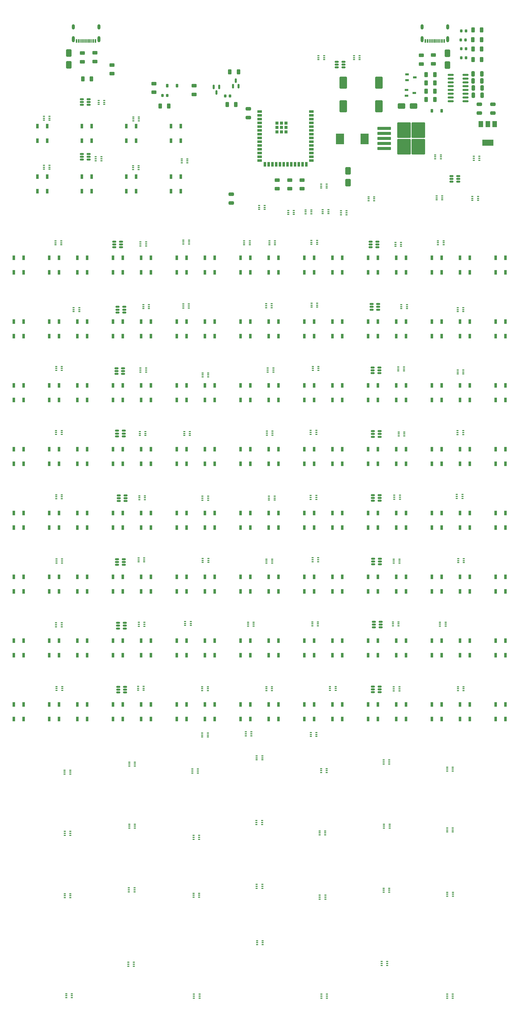
<source format=gbr>
%TF.GenerationSoftware,KiCad,Pcbnew,7.99.0-1990-g812c56bdc7*%
%TF.CreationDate,2023-08-03T23:21:48+02:00*%
%TF.ProjectId,esp32_midi,65737033-325f-46d6-9964-692e6b696361,rev?*%
%TF.SameCoordinates,Original*%
%TF.FileFunction,Paste,Top*%
%TF.FilePolarity,Positive*%
%FSLAX46Y46*%
G04 Gerber Fmt 4.6, Leading zero omitted, Abs format (unit mm)*
G04 Created by KiCad (PCBNEW 7.99.0-1990-g812c56bdc7) date 2023-08-03 23:21:48*
%MOMM*%
%LPD*%
G01*
G04 APERTURE LIST*
G04 Aperture macros list*
%AMRoundRect*
0 Rectangle with rounded corners*
0 $1 Rounding radius*
0 $2 $3 $4 $5 $6 $7 $8 $9 X,Y pos of 4 corners*
0 Add a 4 corners polygon primitive as box body*
4,1,4,$2,$3,$4,$5,$6,$7,$8,$9,$2,$3,0*
0 Add four circle primitives for the rounded corners*
1,1,$1+$1,$2,$3*
1,1,$1+$1,$4,$5*
1,1,$1+$1,$6,$7*
1,1,$1+$1,$8,$9*
0 Add four rect primitives between the rounded corners*
20,1,$1+$1,$2,$3,$4,$5,0*
20,1,$1+$1,$4,$5,$6,$7,0*
20,1,$1+$1,$6,$7,$8,$9,0*
20,1,$1+$1,$8,$9,$2,$3,0*%
G04 Aperture macros list end*
%ADD10RoundRect,0.150000X-0.512500X-0.150000X0.512500X-0.150000X0.512500X0.150000X-0.512500X0.150000X0*%
%ADD11R,0.900000X1.500000*%
%ADD12R,0.650000X0.400000*%
%ADD13RoundRect,0.218750X-0.218750X-0.256250X0.218750X-0.256250X0.218750X0.256250X-0.218750X0.256250X0*%
%ADD14RoundRect,0.250000X-0.650000X1.000000X-0.650000X-1.000000X0.650000X-1.000000X0.650000X1.000000X0*%
%ADD15RoundRect,0.250000X-0.625000X0.312500X-0.625000X-0.312500X0.625000X-0.312500X0.625000X0.312500X0*%
%ADD16O,1.000000X2.100000*%
%ADD17O,1.000000X1.800000*%
%ADD18R,0.600000X1.150000*%
%ADD19R,0.300000X1.150000*%
%ADD20RoundRect,0.250000X-0.312500X-0.625000X0.312500X-0.625000X0.312500X0.625000X-0.312500X0.625000X0*%
%ADD21RoundRect,0.250000X0.312500X0.625000X-0.312500X0.625000X-0.312500X-0.625000X0.312500X-0.625000X0*%
%ADD22RoundRect,0.250000X0.625000X-0.312500X0.625000X0.312500X-0.625000X0.312500X-0.625000X-0.312500X0*%
%ADD23RoundRect,0.250000X1.000000X-1.750000X1.000000X1.750000X-1.000000X1.750000X-1.000000X-1.750000X0*%
%ADD24RoundRect,0.225000X-0.225000X-0.375000X0.225000X-0.375000X0.225000X0.375000X-0.225000X0.375000X0*%
%ADD25RoundRect,0.250000X0.650000X-0.325000X0.650000X0.325000X-0.650000X0.325000X-0.650000X-0.325000X0*%
%ADD26R,2.700000X3.600000*%
%ADD27RoundRect,0.250000X-0.325000X-0.650000X0.325000X-0.650000X0.325000X0.650000X-0.325000X0.650000X0*%
%ADD28RoundRect,0.250000X-0.650000X0.325000X-0.650000X-0.325000X0.650000X-0.325000X0.650000X0.325000X0*%
%ADD29RoundRect,0.150000X-0.150000X0.587500X-0.150000X-0.587500X0.150000X-0.587500X0.150000X0.587500X0*%
%ADD30RoundRect,0.250000X1.000000X0.650000X-1.000000X0.650000X-1.000000X-0.650000X1.000000X-0.650000X0*%
%ADD31RoundRect,0.218750X0.218750X0.256250X-0.218750X0.256250X-0.218750X-0.256250X0.218750X-0.256250X0*%
%ADD32R,1.220000X0.650000*%
%ADD33RoundRect,0.250000X0.325000X0.650000X-0.325000X0.650000X-0.325000X-0.650000X0.325000X-0.650000X0*%
%ADD34RoundRect,0.225000X0.225000X0.375000X-0.225000X0.375000X-0.225000X-0.375000X0.225000X-0.375000X0*%
%ADD35RoundRect,0.150000X-0.825000X-0.150000X0.825000X-0.150000X0.825000X0.150000X-0.825000X0.150000X0*%
%ADD36RoundRect,0.250000X0.650000X-1.000000X0.650000X1.000000X-0.650000X1.000000X-0.650000X-1.000000X0*%
%ADD37RoundRect,0.250000X-2.050000X-0.300000X2.050000X-0.300000X2.050000X0.300000X-2.050000X0.300000X0*%
%ADD38RoundRect,0.250000X-2.025000X-2.375000X2.025000X-2.375000X2.025000X2.375000X-2.025000X2.375000X0*%
%ADD39RoundRect,0.150000X0.150000X-0.587500X0.150000X0.587500X-0.150000X0.587500X-0.150000X-0.587500X0*%
%ADD40R,1.500000X0.900000*%
%ADD41R,1.000000X1.000000*%
%ADD42R,1.500000X2.000000*%
%ADD43R,3.800000X2.000000*%
G04 APERTURE END LIST*
D10*
%TO.C,U127*%
X321950000Y-65000000D03*
X321950000Y-65950000D03*
X321950000Y-66900000D03*
X324225000Y-66900000D03*
X324225000Y-65950000D03*
X324225000Y-65000000D03*
%TD*%
D11*
%TO.C,D136*%
X207850000Y-140450000D03*
X211150000Y-140450000D03*
X211150000Y-135550000D03*
X207850000Y-135550000D03*
%TD*%
D10*
%TO.C,U77*%
X209200000Y-150800000D03*
X209200000Y-151750000D03*
X209200000Y-152700000D03*
X211475000Y-152700000D03*
X211475000Y-151750000D03*
X211475000Y-150800000D03*
%TD*%
D12*
%TO.C,U62*%
X305050000Y-108350000D03*
X305050000Y-109000000D03*
X305050000Y-109650000D03*
X306950000Y-109650000D03*
X306950000Y-109000000D03*
X306950000Y-108350000D03*
%TD*%
%TO.C,U120*%
X281000000Y-237000000D03*
X281000000Y-237650000D03*
X281000000Y-238300000D03*
X282900000Y-238300000D03*
X282900000Y-237650000D03*
X282900000Y-237000000D03*
%TD*%
%TO.C,U108*%
X232150000Y-215100000D03*
X232150000Y-215750000D03*
X232150000Y-216400000D03*
X234050000Y-216400000D03*
X234050000Y-215750000D03*
X234050000Y-215100000D03*
%TD*%
D11*
%TO.C,D196*%
X336850000Y-204950000D03*
X340150000Y-204950000D03*
X340150000Y-200050000D03*
X336850000Y-200050000D03*
%TD*%
%TO.C,D184*%
X207850000Y-204950000D03*
X211150000Y-204950000D03*
X211150000Y-200050000D03*
X207850000Y-200050000D03*
%TD*%
%TO.C,D177*%
X303350000Y-183450000D03*
X306650000Y-183450000D03*
X306650000Y-178550000D03*
X303350000Y-178550000D03*
%TD*%
%TO.C,D186*%
X229350000Y-204950000D03*
X232650000Y-204950000D03*
X232650000Y-200050000D03*
X229350000Y-200050000D03*
%TD*%
%TO.C,D215*%
X195850000Y-247950000D03*
X199150000Y-247950000D03*
X199150000Y-243050000D03*
X195850000Y-243050000D03*
%TD*%
D13*
%TO.C,D8*%
X325300000Y-22100000D03*
X326875000Y-22100000D03*
%TD*%
D11*
%TO.C,D143*%
X281850000Y-140450000D03*
X285150000Y-140450000D03*
X285150000Y-135550000D03*
X281850000Y-135550000D03*
%TD*%
%TO.C,D107*%
X238850000Y-97450000D03*
X242150000Y-97450000D03*
X242150000Y-92550000D03*
X238850000Y-92550000D03*
%TD*%
D12*
%TO.C,U60*%
X259450000Y-108050000D03*
X259450000Y-108700000D03*
X259450000Y-109350000D03*
X261350000Y-109350000D03*
X261350000Y-108700000D03*
X261350000Y-108050000D03*
%TD*%
%TO.C,U128*%
X329000000Y-71850000D03*
X329000000Y-72500000D03*
X329000000Y-73150000D03*
X330900000Y-73150000D03*
X330900000Y-72500000D03*
X330900000Y-71850000D03*
%TD*%
%TO.C,U121*%
X302500000Y-237150000D03*
X302500000Y-237800000D03*
X302500000Y-238450000D03*
X304400000Y-238450000D03*
X304400000Y-237800000D03*
X304400000Y-237150000D03*
%TD*%
D11*
%TO.C,D114*%
X315350000Y-97450000D03*
X318650000Y-97450000D03*
X318650000Y-92550000D03*
X315350000Y-92550000D03*
%TD*%
%TO.C,D208*%
X293850000Y-226450000D03*
X297150000Y-226450000D03*
X297150000Y-221550000D03*
X293850000Y-221550000D03*
%TD*%
%TO.C,D209*%
X303350000Y-226450000D03*
X306650000Y-226450000D03*
X306650000Y-221550000D03*
X303350000Y-221550000D03*
%TD*%
D10*
%TO.C,U117*%
X209600000Y-237100000D03*
X209600000Y-238050000D03*
X209600000Y-239000000D03*
X211875000Y-239000000D03*
X211875000Y-238050000D03*
X211875000Y-237100000D03*
%TD*%
D11*
%TO.C,D189*%
X260350000Y-204950000D03*
X263650000Y-204950000D03*
X263650000Y-200050000D03*
X260350000Y-200050000D03*
%TD*%
D10*
%TO.C,U38*%
X197362500Y-39050000D03*
X197362500Y-40000000D03*
X197362500Y-40950000D03*
X199637500Y-40950000D03*
X199637500Y-40000000D03*
X199637500Y-39050000D03*
%TD*%
D12*
%TO.C,U67*%
X217100000Y-129700000D03*
X217100000Y-130350000D03*
X217100000Y-131000000D03*
X219000000Y-131000000D03*
X219000000Y-130350000D03*
X219000000Y-129700000D03*
%TD*%
D11*
%TO.C,D230*%
X197350000Y-53050000D03*
X200650000Y-53050000D03*
X200650000Y-48150000D03*
X197350000Y-48150000D03*
%TD*%
%TO.C,D214*%
X186350000Y-247950000D03*
X189650000Y-247950000D03*
X189650000Y-243050000D03*
X186350000Y-243050000D03*
%TD*%
%TO.C,D141*%
X260350000Y-140450000D03*
X263650000Y-140450000D03*
X263650000Y-135550000D03*
X260350000Y-135550000D03*
%TD*%
D14*
%TO.C,D82*%
X287100000Y-63200000D03*
X287100000Y-67200000D03*
%TD*%
D11*
%TO.C,D154*%
X229350000Y-161950000D03*
X232650000Y-161950000D03*
X232650000Y-157050000D03*
X229350000Y-157050000D03*
%TD*%
D12*
%TO.C,U47*%
X217100000Y-87200000D03*
X217100000Y-87850000D03*
X217100000Y-88500000D03*
X219000000Y-88500000D03*
X219000000Y-87850000D03*
X219000000Y-87200000D03*
%TD*%
D11*
%TO.C,D156*%
X250850000Y-161950000D03*
X254150000Y-161950000D03*
X254150000Y-157050000D03*
X250850000Y-157050000D03*
%TD*%
%TO.C,D173*%
X260350000Y-183450000D03*
X263650000Y-183450000D03*
X263650000Y-178550000D03*
X260350000Y-178550000D03*
%TD*%
%TO.C,D227*%
X324850000Y-247950000D03*
X328150000Y-247950000D03*
X328150000Y-243050000D03*
X324850000Y-243050000D03*
%TD*%
D15*
%TO.C,R3*%
X221600000Y-33837500D03*
X221600000Y-36762500D03*
%TD*%
D12*
%TO.C,U101*%
X302500000Y-194100000D03*
X302500000Y-194750000D03*
X302500000Y-195400000D03*
X304400000Y-195400000D03*
X304400000Y-194750000D03*
X304400000Y-194100000D03*
%TD*%
D11*
%TO.C,D139*%
X238850000Y-140450000D03*
X242150000Y-140450000D03*
X242150000Y-135550000D03*
X238850000Y-135550000D03*
%TD*%
%TO.C,D170*%
X229350000Y-183450000D03*
X232650000Y-183450000D03*
X232650000Y-178550000D03*
X229350000Y-178550000D03*
%TD*%
D12*
%TO.C,U40*%
X231000000Y-59200000D03*
X231000000Y-59850000D03*
X231000000Y-60500000D03*
X232900000Y-60500000D03*
X232900000Y-59850000D03*
X232900000Y-59200000D03*
%TD*%
%TO.C,U13*%
X237900000Y-252700000D03*
X237900000Y-253350000D03*
X237900000Y-254000000D03*
X239800000Y-254000000D03*
X239800000Y-253350000D03*
X239800000Y-252700000D03*
%TD*%
D11*
%TO.C,D211*%
X324850000Y-226450000D03*
X328150000Y-226450000D03*
X328150000Y-221550000D03*
X324850000Y-221550000D03*
%TD*%
D12*
%TO.C,U80*%
X274500000Y-150700000D03*
X274500000Y-151350000D03*
X274500000Y-152000000D03*
X276400000Y-152000000D03*
X276400000Y-151350000D03*
X276400000Y-150700000D03*
%TD*%
%TO.C,U23*%
X235000000Y-287200000D03*
X235000000Y-287850000D03*
X235000000Y-288500000D03*
X236900000Y-288500000D03*
X236900000Y-287850000D03*
X236900000Y-287200000D03*
%TD*%
%TO.C,U105*%
X188650000Y-215550000D03*
X188650000Y-216200000D03*
X188650000Y-216850000D03*
X190550000Y-216850000D03*
X190550000Y-216200000D03*
X190550000Y-215550000D03*
%TD*%
D16*
%TO.C,USBC1*%
X320655000Y-18887500D03*
D17*
X320655000Y-14707500D03*
X312015000Y-14707500D03*
D16*
X312015000Y-18887500D03*
D18*
X319535000Y-19447500D03*
X318735000Y-19447500D03*
D19*
X317585000Y-19447500D03*
X316585000Y-19447500D03*
X316085000Y-19447500D03*
X315085000Y-19447500D03*
D18*
X313135000Y-19447500D03*
X313935000Y-19447500D03*
D19*
X314585000Y-19447500D03*
X315585000Y-19447500D03*
X317085000Y-19447500D03*
X318085000Y-19447500D03*
%TD*%
D11*
%TO.C,D119*%
X195850000Y-118950000D03*
X199150000Y-118950000D03*
X199150000Y-114050000D03*
X195850000Y-114050000D03*
%TD*%
%TO.C,D224*%
X293850000Y-247950000D03*
X297150000Y-247950000D03*
X297150000Y-243050000D03*
X293850000Y-243050000D03*
%TD*%
D20*
%TO.C,R6*%
X313447500Y-33600000D03*
X316372500Y-33600000D03*
%TD*%
D11*
%TO.C,D162*%
X315350000Y-161950000D03*
X318650000Y-161950000D03*
X318650000Y-157050000D03*
X315350000Y-157050000D03*
%TD*%
D10*
%TO.C,U58*%
X209362500Y-109050000D03*
X209362500Y-110000000D03*
X209362500Y-110950000D03*
X211637500Y-110950000D03*
X211637500Y-110000000D03*
X211637500Y-109050000D03*
%TD*%
D21*
%TO.C,R1*%
X200562500Y-32200000D03*
X197637500Y-32200000D03*
%TD*%
D11*
%TO.C,D164*%
X336850000Y-161950000D03*
X340150000Y-161950000D03*
X340150000Y-157050000D03*
X336850000Y-157050000D03*
%TD*%
%TO.C,D169*%
X217350000Y-183450000D03*
X220650000Y-183450000D03*
X220650000Y-178550000D03*
X217350000Y-178550000D03*
%TD*%
%TO.C,D202*%
X229350000Y-226450000D03*
X232650000Y-226450000D03*
X232650000Y-221550000D03*
X229350000Y-221550000D03*
%TD*%
D12*
%TO.C,U131*%
X329500000Y-58350000D03*
X329500000Y-59000000D03*
X329500000Y-59650000D03*
X331400000Y-59650000D03*
X331400000Y-59000000D03*
X331400000Y-58350000D03*
%TD*%
D10*
%TO.C,U43*%
X197362500Y-57550000D03*
X197362500Y-58500000D03*
X197362500Y-59450000D03*
X199637500Y-59450000D03*
X199637500Y-58500000D03*
X199637500Y-57550000D03*
%TD*%
D12*
%TO.C,U55*%
X257100000Y-74900000D03*
X257100000Y-75550000D03*
X257100000Y-76200000D03*
X259000000Y-76200000D03*
X259000000Y-75550000D03*
X259000000Y-74900000D03*
%TD*%
D11*
%TO.C,D190*%
X272350000Y-204950000D03*
X275650000Y-204950000D03*
X275650000Y-200050000D03*
X272350000Y-200050000D03*
%TD*%
%TO.C,D121*%
X217350000Y-118950000D03*
X220650000Y-118950000D03*
X220650000Y-114050000D03*
X217350000Y-114050000D03*
%TD*%
D13*
%TO.C,D6*%
X325300000Y-16100000D03*
X326875000Y-16100000D03*
%TD*%
D22*
%TO.C,R52*%
X197500000Y-26462500D03*
X197500000Y-23537500D03*
%TD*%
D11*
%TO.C,D109*%
X260350000Y-97450000D03*
X263650000Y-97450000D03*
X263650000Y-92550000D03*
X260350000Y-92550000D03*
%TD*%
D12*
%TO.C,U130*%
X277100000Y-24430000D03*
X277100000Y-25080000D03*
X277100000Y-25730000D03*
X279000000Y-25730000D03*
X279000000Y-25080000D03*
X279000000Y-24430000D03*
%TD*%
D11*
%TO.C,D160*%
X293850000Y-161950000D03*
X297150000Y-161950000D03*
X297150000Y-157050000D03*
X293850000Y-157050000D03*
%TD*%
D23*
%TO.C,C5*%
X297500000Y-41500000D03*
X297500000Y-33500000D03*
%TD*%
D11*
%TO.C,D233*%
X182350000Y-70050000D03*
X185650000Y-70050000D03*
X185650000Y-65150000D03*
X182350000Y-65150000D03*
%TD*%
D12*
%TO.C,U95*%
X188750000Y-194050000D03*
X188750000Y-194700000D03*
X188750000Y-195350000D03*
X190650000Y-195350000D03*
X190650000Y-194700000D03*
X190650000Y-194050000D03*
%TD*%
D11*
%TO.C,D165*%
X174350000Y-183450000D03*
X177650000Y-183450000D03*
X177650000Y-178550000D03*
X174350000Y-178550000D03*
%TD*%
%TO.C,D200*%
X207850000Y-226450000D03*
X211150000Y-226450000D03*
X211150000Y-221550000D03*
X207850000Y-221550000D03*
%TD*%
%TO.C,D131*%
X324850000Y-118950000D03*
X328150000Y-118950000D03*
X328150000Y-114050000D03*
X324850000Y-114050000D03*
%TD*%
%TO.C,D217*%
X217350000Y-247950000D03*
X220650000Y-247950000D03*
X220650000Y-243050000D03*
X217350000Y-243050000D03*
%TD*%
%TO.C,D229*%
X182350000Y-53050000D03*
X185650000Y-53050000D03*
X185650000Y-48150000D03*
X182350000Y-48150000D03*
%TD*%
%TO.C,D207*%
X281850000Y-226450000D03*
X285150000Y-226450000D03*
X285150000Y-221550000D03*
X281850000Y-221550000D03*
%TD*%
%TO.C,D182*%
X186350000Y-204950000D03*
X189650000Y-204950000D03*
X189650000Y-200050000D03*
X186350000Y-200050000D03*
%TD*%
D13*
%TO.C,D9*%
X325300000Y-25100000D03*
X326875000Y-25100000D03*
%TD*%
D20*
%TO.C,R9*%
X313437500Y-30800000D03*
X316362500Y-30800000D03*
%TD*%
D11*
%TO.C,D140*%
X250850000Y-140450000D03*
X254150000Y-140450000D03*
X254150000Y-135550000D03*
X250850000Y-135550000D03*
%TD*%
%TO.C,D228*%
X336850000Y-247950000D03*
X340150000Y-247950000D03*
X340150000Y-243050000D03*
X336850000Y-243050000D03*
%TD*%
D12*
%TO.C,U37*%
X203000000Y-39500000D03*
X203000000Y-40150000D03*
X203000000Y-40800000D03*
X204900000Y-40800000D03*
X204900000Y-40150000D03*
X204900000Y-39500000D03*
%TD*%
D11*
%TO.C,D110*%
X272350000Y-97450000D03*
X275650000Y-97450000D03*
X275650000Y-92550000D03*
X272350000Y-92550000D03*
%TD*%
D12*
%TO.C,U75*%
X188650000Y-150750000D03*
X188650000Y-151400000D03*
X188650000Y-152050000D03*
X190550000Y-152050000D03*
X190550000Y-151400000D03*
X190550000Y-150750000D03*
%TD*%
%TO.C,U20*%
X320500000Y-264200000D03*
X320500000Y-264850000D03*
X320500000Y-265500000D03*
X322400000Y-265500000D03*
X322400000Y-264850000D03*
X322400000Y-264200000D03*
%TD*%
D11*
%TO.C,D130*%
X315350000Y-118950000D03*
X318650000Y-118950000D03*
X318650000Y-114050000D03*
X315350000Y-114050000D03*
%TD*%
D12*
%TO.C,U119*%
X259550000Y-237100000D03*
X259550000Y-237750000D03*
X259550000Y-238400000D03*
X261450000Y-238400000D03*
X261450000Y-237750000D03*
X261450000Y-237100000D03*
%TD*%
D11*
%TO.C,D104*%
X207850000Y-97450000D03*
X211150000Y-97450000D03*
X211150000Y-92550000D03*
X207850000Y-92550000D03*
%TD*%
%TO.C,D163*%
X324850000Y-161950000D03*
X328150000Y-161950000D03*
X328150000Y-157050000D03*
X324850000Y-157050000D03*
%TD*%
D12*
%TO.C,U70*%
X260000000Y-129700000D03*
X260000000Y-130350000D03*
X260000000Y-131000000D03*
X261900000Y-131000000D03*
X261900000Y-130350000D03*
X261900000Y-129700000D03*
%TD*%
D11*
%TO.C,D138*%
X229350000Y-140450000D03*
X232650000Y-140450000D03*
X232650000Y-135550000D03*
X229350000Y-135550000D03*
%TD*%
%TO.C,D231*%
X212350000Y-53050000D03*
X215650000Y-53050000D03*
X215650000Y-48150000D03*
X212350000Y-48150000D03*
%TD*%
D12*
%TO.C,U109*%
X253350000Y-215350000D03*
X253350000Y-216000000D03*
X253350000Y-216650000D03*
X255250000Y-216650000D03*
X255250000Y-216000000D03*
X255250000Y-215350000D03*
%TD*%
D11*
%TO.C,D115*%
X324850000Y-97450000D03*
X328150000Y-97450000D03*
X328150000Y-92550000D03*
X324850000Y-92550000D03*
%TD*%
%TO.C,D128*%
X293850000Y-118950000D03*
X297150000Y-118950000D03*
X297150000Y-114050000D03*
X293850000Y-114050000D03*
%TD*%
D10*
%TO.C,U48*%
X208225000Y-87100000D03*
X208225000Y-88050000D03*
X208225000Y-89000000D03*
X210500000Y-89000000D03*
X210500000Y-88050000D03*
X210500000Y-87100000D03*
%TD*%
D11*
%TO.C,D126*%
X272350000Y-118950000D03*
X275650000Y-118950000D03*
X275650000Y-114050000D03*
X272350000Y-114050000D03*
%TD*%
D12*
%TO.C,U84*%
X272800000Y-76400000D03*
X272800000Y-77050000D03*
X272800000Y-77700000D03*
X274700000Y-77700000D03*
X274700000Y-77050000D03*
X274700000Y-76400000D03*
%TD*%
D11*
%TO.C,D148*%
X336850000Y-140450000D03*
X340150000Y-140450000D03*
X340150000Y-135550000D03*
X336850000Y-135550000D03*
%TD*%
D12*
%TO.C,U19*%
X299100000Y-261800000D03*
X299100000Y-262450000D03*
X299100000Y-263100000D03*
X301000000Y-263100000D03*
X301000000Y-262450000D03*
X301000000Y-261800000D03*
%TD*%
D24*
%TO.C,D5*%
X226150000Y-34500000D03*
X229450000Y-34500000D03*
%TD*%
D12*
%TO.C,U113*%
X318100000Y-215350000D03*
X318100000Y-216000000D03*
X318100000Y-216650000D03*
X320000000Y-216650000D03*
X320000000Y-216000000D03*
X320000000Y-215350000D03*
%TD*%
D25*
%TO.C,C1*%
X253500000Y-45295000D03*
X253500000Y-42345000D03*
%TD*%
D11*
%TO.C,D117*%
X174350000Y-118950000D03*
X177650000Y-118950000D03*
X177650000Y-114050000D03*
X174350000Y-114050000D03*
%TD*%
D12*
%TO.C,U86*%
X216700000Y-172750000D03*
X216700000Y-173400000D03*
X216700000Y-174050000D03*
X218600000Y-174050000D03*
X218600000Y-173400000D03*
X218600000Y-172750000D03*
%TD*%
%TO.C,U74*%
X324050000Y-130350000D03*
X324050000Y-131000000D03*
X324050000Y-131650000D03*
X325950000Y-131650000D03*
X325950000Y-131000000D03*
X325950000Y-130350000D03*
%TD*%
D13*
%TO.C,D237*%
X224512500Y-37800000D03*
X226087500Y-37800000D03*
%TD*%
D11*
%TO.C,D166*%
X186350000Y-183450000D03*
X189650000Y-183450000D03*
X189650000Y-178550000D03*
X186350000Y-178550000D03*
%TD*%
D20*
%TO.C,R2*%
X247237500Y-29850000D03*
X250162500Y-29850000D03*
%TD*%
D26*
%TO.C,L1*%
X284350000Y-52500000D03*
X292650000Y-52500000D03*
%TD*%
D11*
%TO.C,D178*%
X315350000Y-183450000D03*
X318650000Y-183450000D03*
X318650000Y-178550000D03*
X315350000Y-178550000D03*
%TD*%
%TO.C,D125*%
X260350000Y-118950000D03*
X263650000Y-118950000D03*
X263650000Y-114050000D03*
X260350000Y-114050000D03*
%TD*%
D12*
%TO.C,U69*%
X238050000Y-131350000D03*
X238050000Y-132000000D03*
X238050000Y-132650000D03*
X239950000Y-132650000D03*
X239950000Y-132000000D03*
X239950000Y-131350000D03*
%TD*%
%TO.C,U96*%
X216450000Y-193700000D03*
X216450000Y-194350000D03*
X216450000Y-195000000D03*
X218350000Y-195000000D03*
X218350000Y-194350000D03*
X218350000Y-193700000D03*
%TD*%
D20*
%TO.C,R10*%
X313437500Y-36400000D03*
X316362500Y-36400000D03*
%TD*%
D12*
%TO.C,U46*%
X188450000Y-86850000D03*
X188450000Y-87500000D03*
X188450000Y-88150000D03*
X190350000Y-88150000D03*
X190350000Y-87500000D03*
X190350000Y-86850000D03*
%TD*%
D11*
%TO.C,D102*%
X186350000Y-97450000D03*
X189650000Y-97450000D03*
X189650000Y-92550000D03*
X186350000Y-92550000D03*
%TD*%
%TO.C,D161*%
X303350000Y-161950000D03*
X306650000Y-161950000D03*
X306650000Y-157050000D03*
X303350000Y-157050000D03*
%TD*%
%TO.C,D106*%
X229350000Y-97450000D03*
X232650000Y-97450000D03*
X232650000Y-92550000D03*
X229350000Y-92550000D03*
%TD*%
D12*
%TO.C,U71*%
X275200000Y-129150000D03*
X275200000Y-129800000D03*
X275200000Y-130450000D03*
X277100000Y-130450000D03*
X277100000Y-129800000D03*
X277100000Y-129150000D03*
%TD*%
D27*
%TO.C,C10*%
X329325000Y-37700000D03*
X332275000Y-37700000D03*
%TD*%
D12*
%TO.C,U118*%
X237900000Y-237100000D03*
X237900000Y-237750000D03*
X237900000Y-238400000D03*
X239800000Y-238400000D03*
X239800000Y-237750000D03*
X239800000Y-237100000D03*
%TD*%
%TO.C,U17*%
X256300000Y-260400000D03*
X256300000Y-261050000D03*
X256300000Y-261700000D03*
X258200000Y-261700000D03*
X258200000Y-261050000D03*
X258200000Y-260400000D03*
%TD*%
%TO.C,U65*%
X266900000Y-76600000D03*
X266900000Y-77250000D03*
X266900000Y-77900000D03*
X268800000Y-77900000D03*
X268800000Y-77250000D03*
X268800000Y-76600000D03*
%TD*%
%TO.C,U44*%
X214600000Y-61500000D03*
X214600000Y-62150000D03*
X214600000Y-62800000D03*
X216500000Y-62800000D03*
X216500000Y-62150000D03*
X216500000Y-61500000D03*
%TD*%
D10*
%TO.C,U73*%
X295375000Y-129500000D03*
X295375000Y-130450000D03*
X295375000Y-131400000D03*
X297650000Y-131400000D03*
X297650000Y-130450000D03*
X297650000Y-129500000D03*
%TD*%
D12*
%TO.C,U114*%
X252625000Y-252300000D03*
X252625000Y-252950000D03*
X252625000Y-253600000D03*
X254525000Y-253600000D03*
X254525000Y-252950000D03*
X254525000Y-252300000D03*
%TD*%
%TO.C,U25*%
X277500000Y-285700000D03*
X277500000Y-286350000D03*
X277500000Y-287000000D03*
X279400000Y-287000000D03*
X279400000Y-286350000D03*
X279400000Y-285700000D03*
%TD*%
D10*
%TO.C,U87*%
X209775000Y-172600000D03*
X209775000Y-173550000D03*
X209775000Y-174500000D03*
X212050000Y-174500000D03*
X212050000Y-173550000D03*
X212050000Y-172600000D03*
%TD*%
D11*
%TO.C,D192*%
X293850000Y-204950000D03*
X297150000Y-204950000D03*
X297150000Y-200050000D03*
X293850000Y-200050000D03*
%TD*%
D16*
%TO.C,USBC2*%
X203065000Y-18887500D03*
D17*
X203065000Y-14707500D03*
X194425000Y-14707500D03*
D16*
X194425000Y-18887500D03*
D18*
X201945000Y-19447500D03*
X201145000Y-19447500D03*
D19*
X199995000Y-19447500D03*
X198995000Y-19447500D03*
X198495000Y-19447500D03*
X197495000Y-19447500D03*
D18*
X195545000Y-19447500D03*
X196345000Y-19447500D03*
D19*
X196995000Y-19447500D03*
X197995000Y-19447500D03*
X199495000Y-19447500D03*
X200495000Y-19447500D03*
%TD*%
D28*
%TO.C,C2*%
X247700000Y-71125000D03*
X247700000Y-74075000D03*
%TD*%
D11*
%TO.C,D127*%
X281850000Y-118950000D03*
X285150000Y-118950000D03*
X285150000Y-114050000D03*
X281850000Y-114050000D03*
%TD*%
D29*
%TO.C,Q4*%
X243650000Y-34962500D03*
X241750000Y-34962500D03*
X242700000Y-36837500D03*
%TD*%
D11*
%TO.C,D118*%
X186350000Y-118950000D03*
X189650000Y-118950000D03*
X189650000Y-114050000D03*
X186350000Y-114050000D03*
%TD*%
D12*
%TO.C,U11*%
X298400000Y-329700000D03*
X298400000Y-330350000D03*
X298400000Y-331000000D03*
X300300000Y-331000000D03*
X300300000Y-330350000D03*
X300300000Y-329700000D03*
%TD*%
D25*
%TO.C,C3*%
X331400000Y-43775000D03*
X331400000Y-40825000D03*
%TD*%
D10*
%TO.C,U132*%
X283262500Y-26450000D03*
X283262500Y-27400000D03*
X283262500Y-28350000D03*
X285537500Y-28350000D03*
X285537500Y-27400000D03*
X285537500Y-26450000D03*
%TD*%
D12*
%TO.C,U94*%
X279900000Y-69000000D03*
X279900000Y-68350000D03*
X279900000Y-67700000D03*
X278000000Y-67700000D03*
X278000000Y-68350000D03*
X278000000Y-69000000D03*
%TD*%
D11*
%TO.C,D180*%
X336850000Y-183450000D03*
X340150000Y-183450000D03*
X340150000Y-178550000D03*
X336850000Y-178550000D03*
%TD*%
%TO.C,D201*%
X217350000Y-226450000D03*
X220650000Y-226450000D03*
X220650000Y-221550000D03*
X217350000Y-221550000D03*
%TD*%
D12*
%TO.C,U78*%
X231850000Y-151100000D03*
X231850000Y-151750000D03*
X231850000Y-152400000D03*
X233750000Y-152400000D03*
X233750000Y-151750000D03*
X233750000Y-151100000D03*
%TD*%
%TO.C,U35*%
X320550000Y-306350000D03*
X320550000Y-307000000D03*
X320550000Y-307650000D03*
X322450000Y-307650000D03*
X322450000Y-307000000D03*
X322450000Y-306350000D03*
%TD*%
%TO.C,U22*%
X213300000Y-283400000D03*
X213300000Y-284050000D03*
X213300000Y-284700000D03*
X215200000Y-284700000D03*
X215200000Y-284050000D03*
X215200000Y-283400000D03*
%TD*%
D11*
%TO.C,D188*%
X250850000Y-204950000D03*
X254150000Y-204950000D03*
X254150000Y-200050000D03*
X250850000Y-200050000D03*
%TD*%
%TO.C,D168*%
X207850000Y-183450000D03*
X211150000Y-183450000D03*
X211150000Y-178550000D03*
X207850000Y-178550000D03*
%TD*%
D10*
%TO.C,U68*%
X208975000Y-129750000D03*
X208975000Y-130700000D03*
X208975000Y-131650000D03*
X211250000Y-131650000D03*
X211250000Y-130700000D03*
X211250000Y-129750000D03*
%TD*%
D11*
%TO.C,D137*%
X217350000Y-140450000D03*
X220650000Y-140450000D03*
X220650000Y-135550000D03*
X217350000Y-135550000D03*
%TD*%
D25*
%TO.C,C6*%
X335900000Y-43775000D03*
X335900000Y-40825000D03*
%TD*%
D12*
%TO.C,U111*%
X302200000Y-215250000D03*
X302200000Y-215900000D03*
X302200000Y-216550000D03*
X304100000Y-216550000D03*
X304100000Y-215900000D03*
X304100000Y-215250000D03*
%TD*%
D11*
%TO.C,D142*%
X272350000Y-140450000D03*
X275650000Y-140450000D03*
X275650000Y-135550000D03*
X272350000Y-135550000D03*
%TD*%
D12*
%TO.C,U133*%
X289100000Y-24430000D03*
X289100000Y-25080000D03*
X289100000Y-25730000D03*
X291000000Y-25730000D03*
X291000000Y-25080000D03*
X291000000Y-24430000D03*
%TD*%
D30*
%TO.C,D2*%
X309150000Y-41400000D03*
X305150000Y-41400000D03*
%TD*%
D31*
%TO.C,D238*%
X247287500Y-37960000D03*
X245712500Y-37960000D03*
%TD*%
D21*
%TO.C,R13*%
X332162500Y-22200000D03*
X329237500Y-22200000D03*
%TD*%
D11*
%TO.C,D191*%
X281850000Y-204950000D03*
X285150000Y-204950000D03*
X285150000Y-200050000D03*
X281850000Y-200050000D03*
%TD*%
%TO.C,D167*%
X195850000Y-183450000D03*
X199150000Y-183450000D03*
X199150000Y-178550000D03*
X195850000Y-178550000D03*
%TD*%
%TO.C,D134*%
X186350000Y-140450000D03*
X189650000Y-140450000D03*
X189650000Y-135550000D03*
X186350000Y-135550000D03*
%TD*%
%TO.C,D205*%
X260350000Y-226450000D03*
X263650000Y-226450000D03*
X263650000Y-221550000D03*
X260350000Y-221550000D03*
%TD*%
D22*
%TO.C,R15*%
X235200000Y-37462500D03*
X235200000Y-34537500D03*
%TD*%
D12*
%TO.C,U61*%
X274800000Y-107850000D03*
X274800000Y-108500000D03*
X274800000Y-109150000D03*
X276700000Y-109150000D03*
X276700000Y-108500000D03*
X276700000Y-107850000D03*
%TD*%
D10*
%TO.C,U107*%
X209525000Y-215550000D03*
X209525000Y-216500000D03*
X209525000Y-217450000D03*
X211800000Y-217450000D03*
X211800000Y-216500000D03*
X211800000Y-215550000D03*
%TD*%
D11*
%TO.C,D222*%
X272350000Y-247950000D03*
X275650000Y-247950000D03*
X275650000Y-243050000D03*
X272350000Y-243050000D03*
%TD*%
%TO.C,D204*%
X250850000Y-226450000D03*
X254150000Y-226450000D03*
X254150000Y-221550000D03*
X250850000Y-221550000D03*
%TD*%
D12*
%TO.C,U7*%
X213000000Y-329950000D03*
X213000000Y-330600000D03*
X213000000Y-331250000D03*
X214900000Y-331250000D03*
X214900000Y-330600000D03*
X214900000Y-329950000D03*
%TD*%
%TO.C,U57*%
X218050000Y-108350000D03*
X218050000Y-109000000D03*
X218050000Y-109650000D03*
X219950000Y-109650000D03*
X219950000Y-109000000D03*
X219950000Y-108350000D03*
%TD*%
D11*
%TO.C,D236*%
X227350000Y-70050000D03*
X230650000Y-70050000D03*
X230650000Y-65150000D03*
X227350000Y-65150000D03*
%TD*%
D12*
%TO.C,U85*%
X188700000Y-172400000D03*
X188700000Y-173050000D03*
X188700000Y-173700000D03*
X190600000Y-173700000D03*
X190600000Y-173050000D03*
X190600000Y-172400000D03*
%TD*%
%TO.C,U106*%
X216550000Y-215400000D03*
X216550000Y-216050000D03*
X216550000Y-216700000D03*
X218450000Y-216700000D03*
X218450000Y-216050000D03*
X218450000Y-215400000D03*
%TD*%
D11*
%TO.C,D197*%
X174350000Y-226450000D03*
X177650000Y-226450000D03*
X177650000Y-221550000D03*
X174350000Y-221550000D03*
%TD*%
D12*
%TO.C,U56*%
X194550000Y-109350000D03*
X194550000Y-110000000D03*
X194550000Y-110650000D03*
X196450000Y-110650000D03*
X196450000Y-110000000D03*
X196450000Y-109350000D03*
%TD*%
D21*
%TO.C,R11*%
X332162500Y-15700000D03*
X329237500Y-15700000D03*
%TD*%
D12*
%TO.C,U39*%
X214675000Y-45075000D03*
X214675000Y-45725000D03*
X214675000Y-46375000D03*
X216575000Y-46375000D03*
X216575000Y-45725000D03*
X216575000Y-45075000D03*
%TD*%
%TO.C,U59*%
X231500000Y-108125000D03*
X231500000Y-108775000D03*
X231500000Y-109425000D03*
X233400000Y-109425000D03*
X233400000Y-108775000D03*
X233400000Y-108125000D03*
%TD*%
%TO.C,U49*%
X231550000Y-86550000D03*
X231550000Y-87200000D03*
X231550000Y-87850000D03*
X233450000Y-87850000D03*
X233450000Y-87200000D03*
X233450000Y-86550000D03*
%TD*%
D11*
%TO.C,D212*%
X336850000Y-226450000D03*
X340150000Y-226450000D03*
X340150000Y-221550000D03*
X336850000Y-221550000D03*
%TD*%
D32*
%TO.C,Q2*%
X306800000Y-36000000D03*
X306800000Y-37900000D03*
X309420000Y-36950000D03*
%TD*%
D13*
%TO.C,D7*%
X325087500Y-19100000D03*
X326662500Y-19100000D03*
%TD*%
D11*
%TO.C,D185*%
X217350000Y-204950000D03*
X220650000Y-204950000D03*
X220650000Y-200050000D03*
X217350000Y-200050000D03*
%TD*%
D12*
%TO.C,U18*%
X278000000Y-264700000D03*
X278000000Y-265350000D03*
X278000000Y-266000000D03*
X279900000Y-266000000D03*
X279900000Y-265350000D03*
X279900000Y-264700000D03*
%TD*%
D10*
%TO.C,U53*%
X294725000Y-87100000D03*
X294725000Y-88050000D03*
X294725000Y-89000000D03*
X297000000Y-89000000D03*
X297000000Y-88050000D03*
X297000000Y-87100000D03*
%TD*%
D12*
%TO.C,U24*%
X256200000Y-282200000D03*
X256200000Y-282850000D03*
X256200000Y-283500000D03*
X258100000Y-283500000D03*
X258100000Y-282850000D03*
X258100000Y-282200000D03*
%TD*%
D33*
%TO.C,C8*%
X332275000Y-35300000D03*
X329325000Y-35300000D03*
%TD*%
D11*
%TO.C,D133*%
X174350000Y-140450000D03*
X177650000Y-140450000D03*
X177650000Y-135550000D03*
X174350000Y-135550000D03*
%TD*%
D22*
%TO.C,R49*%
X267400000Y-69262500D03*
X267400000Y-66337500D03*
%TD*%
D11*
%TO.C,D147*%
X324850000Y-140450000D03*
X328150000Y-140450000D03*
X328150000Y-135550000D03*
X324850000Y-135550000D03*
%TD*%
%TO.C,D221*%
X260350000Y-247950000D03*
X263650000Y-247950000D03*
X263650000Y-243050000D03*
X260350000Y-243050000D03*
%TD*%
%TO.C,D206*%
X272350000Y-226450000D03*
X275650000Y-226450000D03*
X275650000Y-221550000D03*
X272350000Y-221550000D03*
%TD*%
D12*
%TO.C,U64*%
X324050000Y-109350000D03*
X324050000Y-110000000D03*
X324050000Y-110650000D03*
X325950000Y-110650000D03*
X325950000Y-110000000D03*
X325950000Y-109350000D03*
%TD*%
D10*
%TO.C,U63*%
X295000000Y-108100000D03*
X295000000Y-109050000D03*
X295000000Y-110000000D03*
X297275000Y-110000000D03*
X297275000Y-109050000D03*
X297275000Y-108100000D03*
%TD*%
D12*
%TO.C,U41*%
X184550000Y-61350000D03*
X184550000Y-62000000D03*
X184550000Y-62650000D03*
X186450000Y-62650000D03*
X186450000Y-62000000D03*
X186450000Y-61350000D03*
%TD*%
%TO.C,U103*%
X324250000Y-193950000D03*
X324250000Y-194600000D03*
X324250000Y-195250000D03*
X326150000Y-195250000D03*
X326150000Y-194600000D03*
X326150000Y-193950000D03*
%TD*%
D11*
%TO.C,D194*%
X315350000Y-204950000D03*
X318650000Y-204950000D03*
X318650000Y-200050000D03*
X315350000Y-200050000D03*
%TD*%
%TO.C,D132*%
X336850000Y-118950000D03*
X340150000Y-118950000D03*
X340150000Y-114050000D03*
X336850000Y-114050000D03*
%TD*%
%TO.C,D179*%
X324850000Y-183450000D03*
X328150000Y-183450000D03*
X328150000Y-178550000D03*
X324850000Y-178550000D03*
%TD*%
D12*
%TO.C,U21*%
X191550000Y-285850000D03*
X191550000Y-286500000D03*
X191550000Y-287150000D03*
X193450000Y-287150000D03*
X193450000Y-286500000D03*
X193450000Y-285850000D03*
%TD*%
D11*
%TO.C,D220*%
X250850000Y-247950000D03*
X254150000Y-247950000D03*
X254150000Y-243050000D03*
X250850000Y-243050000D03*
%TD*%
D12*
%TO.C,U100*%
X275100000Y-193650000D03*
X275100000Y-194300000D03*
X275100000Y-194950000D03*
X277000000Y-194950000D03*
X277000000Y-194300000D03*
X277000000Y-193650000D03*
%TD*%
%TO.C,U32*%
X256300000Y-303700000D03*
X256300000Y-304350000D03*
X256300000Y-305000000D03*
X258200000Y-305000000D03*
X258200000Y-304350000D03*
X258200000Y-303700000D03*
%TD*%
%TO.C,U36*%
X184550000Y-44850000D03*
X184550000Y-45500000D03*
X184550000Y-46150000D03*
X186450000Y-46150000D03*
X186450000Y-45500000D03*
X186450000Y-44850000D03*
%TD*%
D11*
%TO.C,D116*%
X336850000Y-97450000D03*
X340150000Y-97450000D03*
X340150000Y-92550000D03*
X336850000Y-92550000D03*
%TD*%
D10*
%TO.C,U82*%
X295500000Y-150950000D03*
X295500000Y-151900000D03*
X295500000Y-152850000D03*
X297775000Y-152850000D03*
X297775000Y-151900000D03*
X297775000Y-150950000D03*
%TD*%
D12*
%TO.C,U116*%
X216300000Y-236950000D03*
X216300000Y-237600000D03*
X216300000Y-238250000D03*
X218200000Y-238250000D03*
X218200000Y-237600000D03*
X218200000Y-236950000D03*
%TD*%
D11*
%TO.C,D158*%
X272350000Y-161950000D03*
X275650000Y-161950000D03*
X275650000Y-157050000D03*
X272350000Y-157050000D03*
%TD*%
D12*
%TO.C,U89*%
X260450000Y-172850000D03*
X260450000Y-173500000D03*
X260450000Y-174150000D03*
X262350000Y-174150000D03*
X262350000Y-173500000D03*
X262350000Y-172850000D03*
%TD*%
%TO.C,U81*%
X304150000Y-151250000D03*
X304150000Y-151900000D03*
X304150000Y-152550000D03*
X306050000Y-152550000D03*
X306050000Y-151900000D03*
X306050000Y-151250000D03*
%TD*%
D11*
%TO.C,D183*%
X195850000Y-204950000D03*
X199150000Y-204950000D03*
X199150000Y-200050000D03*
X195850000Y-200050000D03*
%TD*%
D15*
%TO.C,R7*%
X315900000Y-24200000D03*
X315900000Y-27125000D03*
%TD*%
D11*
%TO.C,D234*%
X197350000Y-70050000D03*
X200650000Y-70050000D03*
X200650000Y-65150000D03*
X197350000Y-65150000D03*
%TD*%
%TO.C,D113*%
X303350000Y-97450000D03*
X306650000Y-97450000D03*
X306650000Y-92550000D03*
X303350000Y-92550000D03*
%TD*%
D12*
%TO.C,U124*%
X284700000Y-76700000D03*
X284700000Y-77350000D03*
X284700000Y-78000000D03*
X286600000Y-78000000D03*
X286600000Y-77350000D03*
X286600000Y-76700000D03*
%TD*%
D11*
%TO.C,D146*%
X315350000Y-140450000D03*
X318650000Y-140450000D03*
X318650000Y-135550000D03*
X315350000Y-135550000D03*
%TD*%
%TO.C,D195*%
X324850000Y-204950000D03*
X328150000Y-204950000D03*
X328150000Y-200050000D03*
X324850000Y-200050000D03*
%TD*%
D22*
%TO.C,R4*%
X207500000Y-30462500D03*
X207500000Y-27537500D03*
%TD*%
D12*
%TO.C,U26*%
X299200000Y-283400000D03*
X299200000Y-284050000D03*
X299200000Y-284700000D03*
X301100000Y-284700000D03*
X301100000Y-284050000D03*
X301100000Y-283400000D03*
%TD*%
%TO.C,U14*%
X191500000Y-265200000D03*
X191500000Y-265850000D03*
X191500000Y-266500000D03*
X193400000Y-266500000D03*
X193400000Y-265850000D03*
X193400000Y-265200000D03*
%TD*%
D34*
%TO.C,D1*%
X318625000Y-42980000D03*
X315325000Y-42980000D03*
%TD*%
D11*
%TO.C,D226*%
X315350000Y-247950000D03*
X318650000Y-247950000D03*
X318650000Y-243050000D03*
X315350000Y-243050000D03*
%TD*%
D12*
%TO.C,U99*%
X259600000Y-194100000D03*
X259600000Y-194750000D03*
X259600000Y-195400000D03*
X261500000Y-195400000D03*
X261500000Y-194750000D03*
X261500000Y-194100000D03*
%TD*%
D11*
%TO.C,D203*%
X238850000Y-226450000D03*
X242150000Y-226450000D03*
X242150000Y-221550000D03*
X238850000Y-221550000D03*
%TD*%
%TO.C,D187*%
X238850000Y-204950000D03*
X242150000Y-204950000D03*
X242150000Y-200050000D03*
X238850000Y-200050000D03*
%TD*%
%TO.C,D210*%
X315350000Y-226450000D03*
X318650000Y-226450000D03*
X318650000Y-221550000D03*
X315350000Y-221550000D03*
%TD*%
%TO.C,D150*%
X186350000Y-161950000D03*
X189650000Y-161950000D03*
X189650000Y-157050000D03*
X186350000Y-157050000D03*
%TD*%
D12*
%TO.C,U115*%
X188800000Y-237000000D03*
X188800000Y-237650000D03*
X188800000Y-238300000D03*
X190700000Y-238300000D03*
X190700000Y-237650000D03*
X190700000Y-237000000D03*
%TD*%
D11*
%TO.C,D219*%
X238850000Y-247950000D03*
X242150000Y-247950000D03*
X242150000Y-243050000D03*
X238850000Y-243050000D03*
%TD*%
%TO.C,D223*%
X281850000Y-247950000D03*
X285150000Y-247950000D03*
X285150000Y-243050000D03*
X281850000Y-243050000D03*
%TD*%
D12*
%TO.C,U9*%
X256400000Y-322700000D03*
X256400000Y-323350000D03*
X256400000Y-324000000D03*
X258300000Y-324000000D03*
X258300000Y-323350000D03*
X258300000Y-322700000D03*
%TD*%
D35*
%TO.C,U5*%
X321750000Y-30900000D03*
X321750000Y-32170000D03*
X321750000Y-33440000D03*
X321750000Y-34710000D03*
X321750000Y-35980000D03*
X321750000Y-37250000D03*
X321750000Y-38520000D03*
X321750000Y-39790000D03*
X326700000Y-39790000D03*
X326700000Y-38520000D03*
X326700000Y-37250000D03*
X326700000Y-35980000D03*
X326700000Y-34710000D03*
X326700000Y-33440000D03*
X326700000Y-32170000D03*
X326700000Y-30900000D03*
%TD*%
D12*
%TO.C,U45*%
X252050000Y-86850000D03*
X252050000Y-87500000D03*
X252050000Y-88150000D03*
X253950000Y-88150000D03*
X253950000Y-87500000D03*
X253950000Y-86850000D03*
%TD*%
D11*
%TO.C,D149*%
X174350000Y-161950000D03*
X177650000Y-161950000D03*
X177650000Y-157050000D03*
X174350000Y-157050000D03*
%TD*%
D12*
%TO.C,U15*%
X213300000Y-262500000D03*
X213300000Y-263150000D03*
X213300000Y-263800000D03*
X215200000Y-263800000D03*
X215200000Y-263150000D03*
X215200000Y-262500000D03*
%TD*%
D27*
%TO.C,C9*%
X329280000Y-30500000D03*
X332230000Y-30500000D03*
%TD*%
D11*
%TO.C,D122*%
X229350000Y-118950000D03*
X232650000Y-118950000D03*
X232650000Y-114050000D03*
X229350000Y-114050000D03*
%TD*%
D12*
%TO.C,U79*%
X259700000Y-150950000D03*
X259700000Y-151600000D03*
X259700000Y-152250000D03*
X261600000Y-152250000D03*
X261600000Y-151600000D03*
X261600000Y-150950000D03*
%TD*%
%TO.C,U93*%
X323750000Y-172300000D03*
X323750000Y-172950000D03*
X323750000Y-173600000D03*
X325650000Y-173600000D03*
X325650000Y-172950000D03*
X325650000Y-172300000D03*
%TD*%
D11*
%TO.C,D235*%
X212350000Y-70050000D03*
X215650000Y-70050000D03*
X215650000Y-65150000D03*
X212350000Y-65150000D03*
%TD*%
%TO.C,D135*%
X195850000Y-140450000D03*
X199150000Y-140450000D03*
X199150000Y-135550000D03*
X195850000Y-135550000D03*
%TD*%
D12*
%TO.C,U10*%
X278100000Y-340700000D03*
X278100000Y-341350000D03*
X278100000Y-342000000D03*
X280000000Y-342000000D03*
X280000000Y-341350000D03*
X280000000Y-340700000D03*
%TD*%
%TO.C,U50*%
X260550000Y-86850000D03*
X260550000Y-87500000D03*
X260550000Y-88150000D03*
X262450000Y-88150000D03*
X262450000Y-87500000D03*
X262450000Y-86850000D03*
%TD*%
D11*
%TO.C,D171*%
X238850000Y-183450000D03*
X242150000Y-183450000D03*
X242150000Y-178550000D03*
X238850000Y-178550000D03*
%TD*%
D12*
%TO.C,U76*%
X216850000Y-151100000D03*
X216850000Y-151750000D03*
X216850000Y-152400000D03*
X218750000Y-152400000D03*
X218750000Y-151750000D03*
X218750000Y-151100000D03*
%TD*%
D11*
%TO.C,D108*%
X250850000Y-97450000D03*
X254150000Y-97450000D03*
X254150000Y-92550000D03*
X250850000Y-92550000D03*
%TD*%
D12*
%TO.C,U28*%
X274525000Y-252525000D03*
X274525000Y-253175000D03*
X274525000Y-253825000D03*
X276425000Y-253825000D03*
X276425000Y-253175000D03*
X276425000Y-252525000D03*
%TD*%
D11*
%TO.C,D159*%
X281850000Y-161950000D03*
X285150000Y-161950000D03*
X285150000Y-157050000D03*
X281850000Y-157050000D03*
%TD*%
%TO.C,D144*%
X293850000Y-140450000D03*
X297150000Y-140450000D03*
X297150000Y-135550000D03*
X293850000Y-135550000D03*
%TD*%
D12*
%TO.C,U98*%
X238100000Y-193850000D03*
X238100000Y-194500000D03*
X238100000Y-195150000D03*
X240000000Y-195150000D03*
X240000000Y-194500000D03*
X240000000Y-193850000D03*
%TD*%
D11*
%TO.C,D175*%
X281850000Y-183450000D03*
X285150000Y-183450000D03*
X285150000Y-178550000D03*
X281850000Y-178550000D03*
%TD*%
%TO.C,D198*%
X186350000Y-226450000D03*
X189650000Y-226450000D03*
X189650000Y-221550000D03*
X186350000Y-221550000D03*
%TD*%
D12*
%TO.C,U29*%
X191550000Y-306850000D03*
X191550000Y-307500000D03*
X191550000Y-308150000D03*
X193450000Y-308150000D03*
X193450000Y-307500000D03*
X193450000Y-306850000D03*
%TD*%
D21*
%TO.C,R5*%
X316362500Y-39200000D03*
X313437500Y-39200000D03*
%TD*%
D11*
%TO.C,D129*%
X303350000Y-118950000D03*
X306650000Y-118950000D03*
X306650000Y-114050000D03*
X303350000Y-114050000D03*
%TD*%
D12*
%TO.C,U52*%
X303050000Y-87350000D03*
X303050000Y-88000000D03*
X303050000Y-88650000D03*
X304950000Y-88650000D03*
X304950000Y-88000000D03*
X304950000Y-87350000D03*
%TD*%
%TO.C,U104*%
X278550000Y-76350000D03*
X278550000Y-77000000D03*
X278550000Y-77650000D03*
X280450000Y-77650000D03*
X280450000Y-77000000D03*
X280450000Y-76350000D03*
%TD*%
D11*
%TO.C,D176*%
X293850000Y-183450000D03*
X297150000Y-183450000D03*
X297150000Y-178550000D03*
X293850000Y-178550000D03*
%TD*%
%TO.C,D155*%
X238850000Y-161950000D03*
X242150000Y-161950000D03*
X242150000Y-157050000D03*
X238850000Y-157050000D03*
%TD*%
%TO.C,D172*%
X250850000Y-183450000D03*
X254150000Y-183450000D03*
X254150000Y-178550000D03*
X250850000Y-178550000D03*
%TD*%
D12*
%TO.C,U34*%
X299100000Y-305000000D03*
X299100000Y-305650000D03*
X299100000Y-306300000D03*
X301000000Y-306300000D03*
X301000000Y-305650000D03*
X301000000Y-305000000D03*
%TD*%
D15*
%TO.C,R51*%
X201700000Y-23437500D03*
X201700000Y-26362500D03*
%TD*%
D33*
%TO.C,C7*%
X332230000Y-32900000D03*
X329280000Y-32900000D03*
%TD*%
D11*
%TO.C,D225*%
X303350000Y-247950000D03*
X306650000Y-247950000D03*
X306650000Y-243050000D03*
X303350000Y-243050000D03*
%TD*%
D10*
%TO.C,U97*%
X209225000Y-194100000D03*
X209225000Y-195050000D03*
X209225000Y-196000000D03*
X211500000Y-196000000D03*
X211500000Y-195050000D03*
X211500000Y-194100000D03*
%TD*%
D11*
%TO.C,D103*%
X195850000Y-97450000D03*
X199150000Y-97450000D03*
X199150000Y-92550000D03*
X195850000Y-92550000D03*
%TD*%
D12*
%TO.C,U51*%
X274750000Y-86675000D03*
X274750000Y-87325000D03*
X274750000Y-87975000D03*
X276650000Y-87975000D03*
X276650000Y-87325000D03*
X276650000Y-86675000D03*
%TD*%
D10*
%TO.C,U92*%
X295475000Y-172500000D03*
X295475000Y-173450000D03*
X295475000Y-174400000D03*
X297750000Y-174400000D03*
X297750000Y-173450000D03*
X297750000Y-172500000D03*
%TD*%
D12*
%TO.C,U83*%
X324000000Y-150800000D03*
X324000000Y-151450000D03*
X324000000Y-152100000D03*
X325900000Y-152100000D03*
X325900000Y-151450000D03*
X325900000Y-150800000D03*
%TD*%
%TO.C,U8*%
X235100000Y-340700000D03*
X235100000Y-341350000D03*
X235100000Y-342000000D03*
X237000000Y-342000000D03*
X237000000Y-341350000D03*
X237000000Y-340700000D03*
%TD*%
D11*
%TO.C,D123*%
X238850000Y-118950000D03*
X242150000Y-118950000D03*
X242150000Y-114050000D03*
X238850000Y-114050000D03*
%TD*%
D22*
%TO.C,R8*%
X311800000Y-27225000D03*
X311800000Y-24300000D03*
%TD*%
D23*
%TO.C,C4*%
X285500000Y-41500000D03*
X285500000Y-33500000D03*
%TD*%
D12*
%TO.C,U30*%
X213200000Y-304900000D03*
X213200000Y-305550000D03*
X213200000Y-306200000D03*
X215100000Y-306200000D03*
X215100000Y-305550000D03*
X215100000Y-304900000D03*
%TD*%
D20*
%TO.C,R101*%
X223737500Y-41400000D03*
X226662500Y-41400000D03*
%TD*%
D32*
%TO.C,Q3*%
X306990000Y-30750000D03*
X306990000Y-32650000D03*
X309610000Y-31700000D03*
%TD*%
D11*
%TO.C,D157*%
X260350000Y-161950000D03*
X263650000Y-161950000D03*
X263650000Y-157050000D03*
X260350000Y-157050000D03*
%TD*%
%TO.C,D153*%
X217350000Y-161950000D03*
X220650000Y-161950000D03*
X220650000Y-157050000D03*
X217350000Y-157050000D03*
%TD*%
D12*
%TO.C,U91*%
X302700000Y-172550000D03*
X302700000Y-173200000D03*
X302700000Y-173850000D03*
X304600000Y-173850000D03*
X304600000Y-173200000D03*
X304600000Y-172550000D03*
%TD*%
D22*
%TO.C,R50*%
X271600000Y-69262500D03*
X271600000Y-66337500D03*
%TD*%
D11*
%TO.C,D101*%
X174350000Y-97450000D03*
X177650000Y-97450000D03*
X177650000Y-92550000D03*
X174350000Y-92550000D03*
%TD*%
D36*
%TO.C,D3*%
X192900000Y-27500000D03*
X192900000Y-23500000D03*
%TD*%
D12*
%TO.C,U126*%
X316950000Y-71700000D03*
X316950000Y-72350000D03*
X316950000Y-73000000D03*
X318850000Y-73000000D03*
X318850000Y-72350000D03*
X318850000Y-71700000D03*
%TD*%
D21*
%TO.C,R102*%
X249262500Y-40900000D03*
X246337500Y-40900000D03*
%TD*%
D12*
%TO.C,U125*%
X316500000Y-57850000D03*
X316500000Y-58500000D03*
X316500000Y-59150000D03*
X318400000Y-59150000D03*
X318400000Y-58500000D03*
X318400000Y-57850000D03*
%TD*%
%TO.C,U90*%
X274500000Y-172650000D03*
X274500000Y-173300000D03*
X274500000Y-173950000D03*
X276400000Y-173950000D03*
X276400000Y-173300000D03*
X276400000Y-172650000D03*
%TD*%
D37*
%TO.C,U2*%
X299250000Y-48900000D03*
X299250000Y-50600000D03*
X299250000Y-52300000D03*
D38*
X305975000Y-49525000D03*
X305975000Y-55075000D03*
X310825000Y-49525000D03*
X310825000Y-55075000D03*
D37*
X299250000Y-54000000D03*
X299250000Y-55700000D03*
%TD*%
D15*
%TO.C,R48*%
X263200000Y-66337500D03*
X263200000Y-69262500D03*
%TD*%
D10*
%TO.C,U102*%
X295525000Y-193950000D03*
X295525000Y-194900000D03*
X295525000Y-195850000D03*
X297800000Y-195850000D03*
X297800000Y-194900000D03*
X297800000Y-193950000D03*
%TD*%
D12*
%TO.C,U33*%
X277550000Y-307350000D03*
X277550000Y-308000000D03*
X277550000Y-308650000D03*
X279450000Y-308650000D03*
X279450000Y-308000000D03*
X279450000Y-307350000D03*
%TD*%
%TO.C,U110*%
X275050000Y-215250000D03*
X275050000Y-215900000D03*
X275050000Y-216550000D03*
X276950000Y-216550000D03*
X276950000Y-215900000D03*
X276950000Y-215250000D03*
%TD*%
%TO.C,U6*%
X192050000Y-340550000D03*
X192050000Y-341200000D03*
X192050000Y-341850000D03*
X193950000Y-341850000D03*
X193950000Y-341200000D03*
X193950000Y-340550000D03*
%TD*%
D11*
%TO.C,D193*%
X303350000Y-204950000D03*
X306650000Y-204950000D03*
X306650000Y-200050000D03*
X303350000Y-200050000D03*
%TD*%
%TO.C,D218*%
X229350000Y-247950000D03*
X232650000Y-247950000D03*
X232650000Y-243050000D03*
X229350000Y-243050000D03*
%TD*%
%TO.C,D124*%
X250850000Y-118950000D03*
X254150000Y-118950000D03*
X254150000Y-114050000D03*
X250850000Y-114050000D03*
%TD*%
D10*
%TO.C,U122*%
X295475000Y-237000000D03*
X295475000Y-237950000D03*
X295475000Y-238900000D03*
X297750000Y-238900000D03*
X297750000Y-237950000D03*
X297750000Y-237000000D03*
%TD*%
D12*
%TO.C,U12*%
X320500000Y-340700000D03*
X320500000Y-341350000D03*
X320500000Y-342000000D03*
X322400000Y-342000000D03*
X322400000Y-341350000D03*
X322400000Y-340700000D03*
%TD*%
D11*
%TO.C,D120*%
X207850000Y-118950000D03*
X211150000Y-118950000D03*
X211150000Y-114050000D03*
X207850000Y-114050000D03*
%TD*%
D12*
%TO.C,U72*%
X304050000Y-129350000D03*
X304050000Y-130000000D03*
X304050000Y-130650000D03*
X305950000Y-130650000D03*
X305950000Y-130000000D03*
X305950000Y-129350000D03*
%TD*%
%TO.C,U27*%
X320500000Y-284700000D03*
X320500000Y-285350000D03*
X320500000Y-286000000D03*
X322400000Y-286000000D03*
X322400000Y-285350000D03*
X322400000Y-284700000D03*
%TD*%
D11*
%TO.C,D145*%
X303350000Y-140450000D03*
X306650000Y-140450000D03*
X306650000Y-135550000D03*
X303350000Y-135550000D03*
%TD*%
%TO.C,D213*%
X174350000Y-247950000D03*
X177650000Y-247950000D03*
X177650000Y-243050000D03*
X174350000Y-243050000D03*
%TD*%
D21*
%TO.C,R12*%
X332100000Y-19000000D03*
X329175000Y-19000000D03*
%TD*%
D12*
%TO.C,U88*%
X238000000Y-172900000D03*
X238000000Y-173550000D03*
X238000000Y-174200000D03*
X239900000Y-174200000D03*
X239900000Y-173550000D03*
X239900000Y-172900000D03*
%TD*%
%TO.C,U16*%
X234550000Y-264850000D03*
X234550000Y-265500000D03*
X234550000Y-266150000D03*
X236450000Y-266150000D03*
X236450000Y-265500000D03*
X236450000Y-264850000D03*
%TD*%
D11*
%TO.C,D151*%
X195850000Y-161950000D03*
X199150000Y-161950000D03*
X199150000Y-157050000D03*
X195850000Y-157050000D03*
%TD*%
D21*
%TO.C,R14*%
X332162500Y-25700000D03*
X329237500Y-25700000D03*
%TD*%
D11*
%TO.C,D105*%
X217350000Y-97450000D03*
X220650000Y-97450000D03*
X220650000Y-92550000D03*
X217350000Y-92550000D03*
%TD*%
D12*
%TO.C,U54*%
X317425000Y-86825000D03*
X317425000Y-87475000D03*
X317425000Y-88125000D03*
X319325000Y-88125000D03*
X319325000Y-87475000D03*
X319325000Y-86825000D03*
%TD*%
D11*
%TO.C,D181*%
X174350000Y-204950000D03*
X177650000Y-204950000D03*
X177650000Y-200050000D03*
X174350000Y-200050000D03*
%TD*%
D39*
%TO.C,Q1*%
X248275000Y-34712500D03*
X250175000Y-34712500D03*
X249225000Y-32837500D03*
%TD*%
D11*
%TO.C,D216*%
X207850000Y-247950000D03*
X211150000Y-247950000D03*
X211150000Y-243050000D03*
X207850000Y-243050000D03*
%TD*%
%TO.C,D199*%
X195850000Y-226450000D03*
X199150000Y-226450000D03*
X199150000Y-221550000D03*
X195850000Y-221550000D03*
%TD*%
D12*
%TO.C,U42*%
X202000000Y-58500000D03*
X202000000Y-59150000D03*
X202000000Y-59800000D03*
X203900000Y-59800000D03*
X203900000Y-59150000D03*
X203900000Y-58500000D03*
%TD*%
D11*
%TO.C,D232*%
X227350000Y-53050000D03*
X230650000Y-53050000D03*
X230650000Y-48150000D03*
X227350000Y-48150000D03*
%TD*%
D40*
%TO.C,U1*%
X257250000Y-43250000D03*
X257250000Y-44520000D03*
X257250000Y-45790000D03*
X257250000Y-47060000D03*
X257250000Y-48330000D03*
X257250000Y-49600000D03*
X257250000Y-50870000D03*
X257250000Y-52140000D03*
X257250000Y-53410000D03*
X257250000Y-54680000D03*
X257250000Y-55950000D03*
X257250000Y-57220000D03*
X257250000Y-58490000D03*
X257250000Y-59760000D03*
D11*
X259015000Y-61010000D03*
X260285000Y-61010000D03*
X261555000Y-61010000D03*
X262825000Y-61010000D03*
X264095000Y-61010000D03*
X265365000Y-61010000D03*
X266635000Y-61010000D03*
X267905000Y-61010000D03*
X269175000Y-61010000D03*
X270445000Y-61010000D03*
X271715000Y-61010000D03*
X272985000Y-61010000D03*
D40*
X274750000Y-59760000D03*
X274750000Y-58490000D03*
X274750000Y-57220000D03*
X274750000Y-55950000D03*
X274750000Y-54680000D03*
X274750000Y-53410000D03*
X274750000Y-52140000D03*
X274750000Y-50870000D03*
X274750000Y-49600000D03*
X274750000Y-48330000D03*
X274750000Y-47060000D03*
X274750000Y-45790000D03*
X274750000Y-44520000D03*
X274750000Y-43250000D03*
D41*
X263140000Y-47100000D03*
X263140000Y-48600000D03*
X263140000Y-48600000D03*
X263140000Y-50100000D03*
X264640000Y-47100000D03*
X264640000Y-47100000D03*
X264640000Y-48600000D03*
X264640000Y-50100000D03*
X266140000Y-47100000D03*
X266140000Y-48600000D03*
X266140000Y-50100000D03*
%TD*%
D11*
%TO.C,D111*%
X281850000Y-97450000D03*
X285150000Y-97450000D03*
X285150000Y-92550000D03*
X281850000Y-92550000D03*
%TD*%
D12*
%TO.C,U123*%
X324150000Y-237100000D03*
X324150000Y-237750000D03*
X324150000Y-238400000D03*
X326050000Y-238400000D03*
X326050000Y-237750000D03*
X326050000Y-237100000D03*
%TD*%
%TO.C,U129*%
X294000000Y-72000000D03*
X294000000Y-72650000D03*
X294000000Y-73300000D03*
X295900000Y-73300000D03*
X295900000Y-72650000D03*
X295900000Y-72000000D03*
%TD*%
%TO.C,U31*%
X235000000Y-306700000D03*
X235000000Y-307350000D03*
X235000000Y-308000000D03*
X236900000Y-308000000D03*
X236900000Y-307350000D03*
X236900000Y-306700000D03*
%TD*%
D11*
%TO.C,D174*%
X272350000Y-183450000D03*
X275650000Y-183450000D03*
X275650000Y-178550000D03*
X272350000Y-178550000D03*
%TD*%
D10*
%TO.C,U112*%
X295800000Y-215200000D03*
X295800000Y-216150000D03*
X295800000Y-217100000D03*
X298075000Y-217100000D03*
X298075000Y-216150000D03*
X298075000Y-215200000D03*
%TD*%
D11*
%TO.C,D112*%
X293850000Y-97450000D03*
X297150000Y-97450000D03*
X297150000Y-92550000D03*
X293850000Y-92550000D03*
%TD*%
D42*
%TO.C,U3*%
X336500000Y-47450000D03*
X334200000Y-47450000D03*
D43*
X334200000Y-53750000D03*
D42*
X331900000Y-47450000D03*
%TD*%
D12*
%TO.C,U66*%
X188700000Y-129150000D03*
X188700000Y-129800000D03*
X188700000Y-130450000D03*
X190600000Y-130450000D03*
X190600000Y-129800000D03*
X190600000Y-129150000D03*
%TD*%
D36*
%TO.C,D4*%
X320600000Y-27600000D03*
X320600000Y-23600000D03*
%TD*%
D11*
%TO.C,D152*%
X207850000Y-161950000D03*
X211150000Y-161950000D03*
X211150000Y-157050000D03*
X207850000Y-157050000D03*
%TD*%
M02*

</source>
